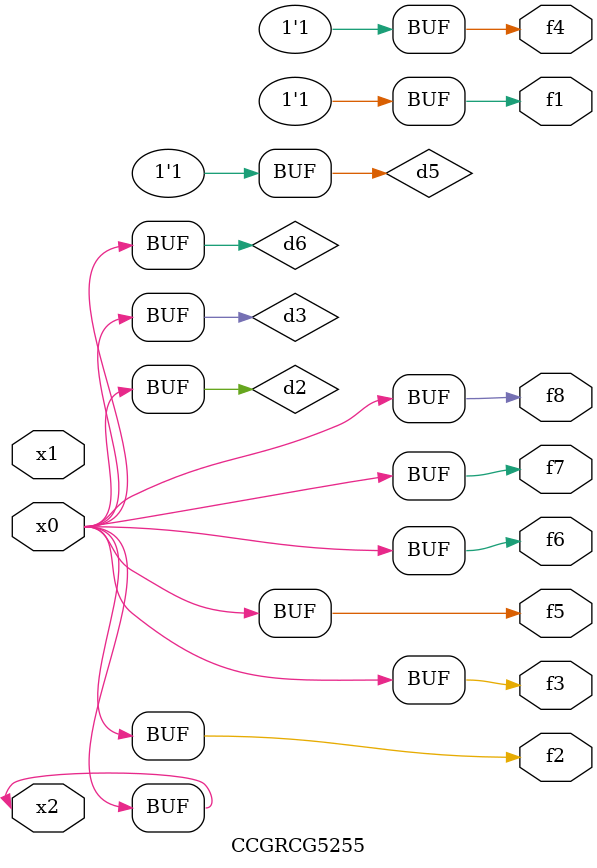
<source format=v>
module CCGRCG5255(
	input x0, x1, x2,
	output f1, f2, f3, f4, f5, f6, f7, f8
);

	wire d1, d2, d3, d4, d5, d6;

	xnor (d1, x2);
	buf (d2, x0, x2);
	and (d3, x0);
	xnor (d4, x1, x2);
	nand (d5, d1, d3);
	buf (d6, d2, d3);
	assign f1 = d5;
	assign f2 = d6;
	assign f3 = d6;
	assign f4 = d5;
	assign f5 = d6;
	assign f6 = d6;
	assign f7 = d6;
	assign f8 = d6;
endmodule

</source>
